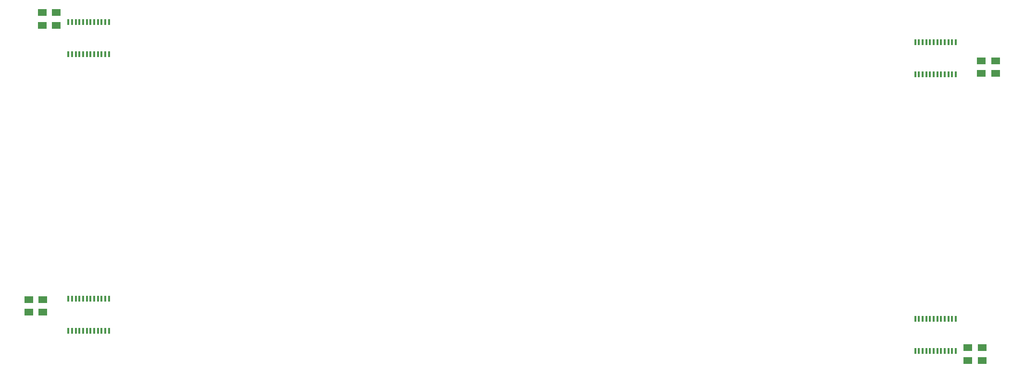
<source format=gtp>
G04 #@! TF.FileFunction,Paste,Top*
%FSLAX46Y46*%
G04 Gerber Fmt 4.6, Leading zero omitted, Abs format (unit mm)*
G04 Created by KiCad (PCBNEW 4.0.5+dfsg1-4) date Tue Feb 27 09:26:50 2018*
%MOMM*%
%LPD*%
G01*
G04 APERTURE LIST*
%ADD10C,0.150000*%
%ADD11R,1.500000X1.250000*%
%ADD12R,0.400000X1.100000*%
G04 APERTURE END LIST*
D10*
D11*
X780900Y-96620600D03*
X-1719100Y-96620600D03*
X780900Y-98830400D03*
X-1719100Y-98830400D03*
X3143100Y-45922200D03*
X643100Y-45922200D03*
X3143100Y-48220900D03*
X643100Y-48220900D03*
D12*
X5290400Y-53318800D03*
X5940400Y-53318800D03*
X6590400Y-53318800D03*
X7240400Y-53318800D03*
X7890400Y-53318800D03*
X8540400Y-53318800D03*
X9190400Y-53318800D03*
X9840400Y-53318800D03*
X10490400Y-53318800D03*
X11140400Y-53318800D03*
X11790400Y-53318800D03*
X12440400Y-53318800D03*
X12440400Y-47618800D03*
X11790400Y-47618800D03*
X11140400Y-47618800D03*
X10490400Y-47618800D03*
X9840400Y-47618800D03*
X9190400Y-47618800D03*
X8540400Y-47618800D03*
X7890400Y-47618800D03*
X7240400Y-47618800D03*
X6590400Y-47618800D03*
X5940400Y-47618800D03*
X5290400Y-47618800D03*
X5290400Y-102150300D03*
X5940400Y-102150300D03*
X6590400Y-102150300D03*
X7240400Y-102150300D03*
X7890400Y-102150300D03*
X8540400Y-102150300D03*
X9190400Y-102150300D03*
X9840400Y-102150300D03*
X10490400Y-102150300D03*
X11140400Y-102150300D03*
X11790400Y-102150300D03*
X12440400Y-102150300D03*
X12440400Y-96450300D03*
X11790400Y-96450300D03*
X11140400Y-96450300D03*
X10490400Y-96450300D03*
X9840400Y-96450300D03*
X9190400Y-96450300D03*
X8540400Y-96450300D03*
X7890400Y-96450300D03*
X7240400Y-96450300D03*
X6590400Y-96450300D03*
X5940400Y-96450300D03*
X5290400Y-96450300D03*
X161640000Y-51187500D03*
X160990000Y-51187500D03*
X160340000Y-51187500D03*
X159690000Y-51187500D03*
X159040000Y-51187500D03*
X158390000Y-51187500D03*
X157740000Y-51187500D03*
X157090000Y-51187500D03*
X156440000Y-51187500D03*
X155790000Y-51187500D03*
X155140000Y-51187500D03*
X154490000Y-51187500D03*
X154490000Y-56887500D03*
X155140000Y-56887500D03*
X155790000Y-56887500D03*
X156440000Y-56887500D03*
X157090000Y-56887500D03*
X157740000Y-56887500D03*
X158390000Y-56887500D03*
X159040000Y-56887500D03*
X159690000Y-56887500D03*
X160340000Y-56887500D03*
X160990000Y-56887500D03*
X161640000Y-56887500D03*
X161640000Y-100019000D03*
X160990000Y-100019000D03*
X160340000Y-100019000D03*
X159690000Y-100019000D03*
X159040000Y-100019000D03*
X158390000Y-100019000D03*
X157740000Y-100019000D03*
X157090000Y-100019000D03*
X156440000Y-100019000D03*
X155790000Y-100019000D03*
X155140000Y-100019000D03*
X154490000Y-100019000D03*
X154490000Y-105719000D03*
X155140000Y-105719000D03*
X155790000Y-105719000D03*
X156440000Y-105719000D03*
X157090000Y-105719000D03*
X157740000Y-105719000D03*
X158390000Y-105719000D03*
X159040000Y-105719000D03*
X159690000Y-105719000D03*
X160340000Y-105719000D03*
X160990000Y-105719000D03*
X161640000Y-105719000D03*
D11*
X163787300Y-105116900D03*
X166287300Y-105116900D03*
X163787300Y-107415600D03*
X166287300Y-107415600D03*
X166149500Y-54507400D03*
X168649500Y-54507400D03*
X166149500Y-56717200D03*
X168649500Y-56717200D03*
M02*

</source>
